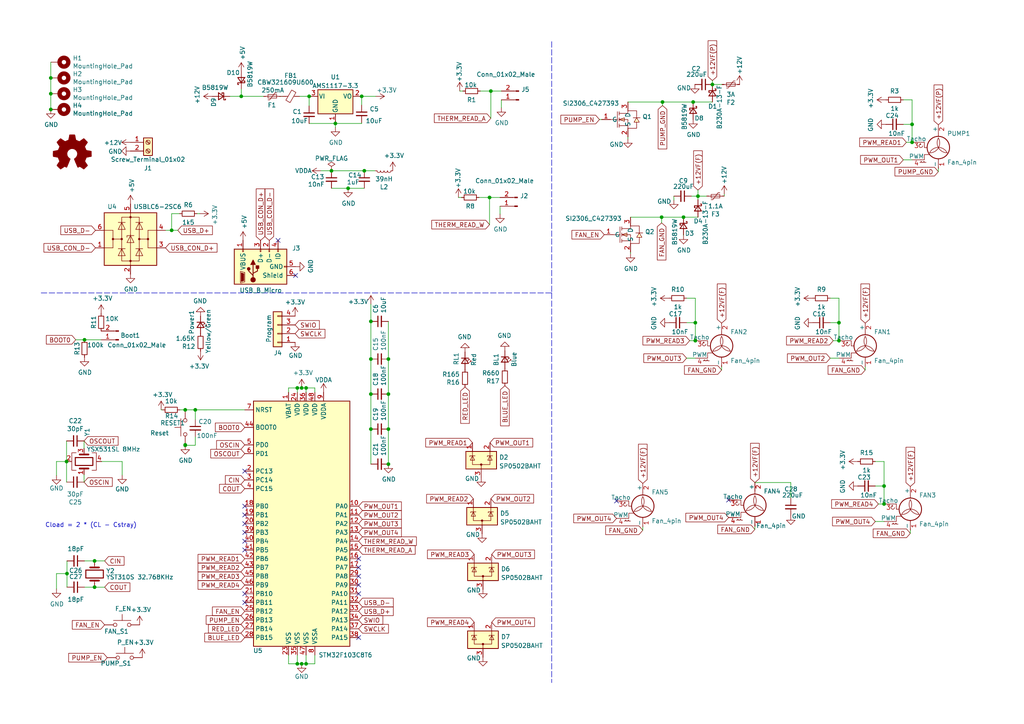
<source format=kicad_sch>
(kicad_sch (version 20211123) (generator eeschema)
  (paper "A4")
  (title_block (title "Opilio 3.2") (date "2022-07-28") (rev "3.2"))
  (junction (at 86.233 112.522))
  (junction (at 69.977 27.94))
  (junction (at 256.413 146.177))
  (junction (at 88.773 112.522))
  (junction (at 53.721 118.872))
  (junction (at 256.413 140.97))
  (junction (at 87.503 192.532))
  (junction (at 19.431 166.37))
  (junction (at 201.676 93.599))
  (junction (at 198.247 62.992))
  (junction (at 107.569 114.3))
  (junction (at 105.664 49.53))
  (junction (at 112.649 134.62))
  (junction (at 112.649 124.46))
  (junction (at 264.541 41.275))
  (junction (at 49.784 66.802))
  (junction (at 27.432 170.307))
  (junction (at 88.773 192.532))
  (junction (at 107.569 124.46))
  (junction (at 201.041 29.591))
  (junction (at 86.233 192.532))
  (junction (at 141.986 57.277))
  (junction (at 191.897 62.992))
  (junction (at 89.662 27.94))
  (junction (at 96.139 49.53))
  (junction (at 97.282 35.814))
  (junction (at 104.902 27.94))
  (junction (at 112.649 114.3))
  (junction (at 107.569 104.14))
  (junction (at 14.732 27.178))
  (junction (at 56.642 118.872))
  (junction (at 142.367 26.416))
  (junction (at 112.649 104.14))
  (junction (at 19.304 133.858))
  (junction (at 243.332 93.599))
  (junction (at 264.541 36.068))
  (junction (at 14.732 22.606))
  (junction (at 206.629 24.511))
  (junction (at 87.503 112.522))
  (junction (at 53.721 129.032))
  (junction (at 24.511 98.552))
  (junction (at 100.965 54.61))
  (junction (at 14.732 31.75))
  (junction (at 107.569 93.218))
  (junction (at 27.432 162.687))
  (junction (at 243.332 98.806))
  (junction (at 201.676 98.806))
  (junction (at 202.438 56.896))
  (junction (at 53.721 129.159))
  (junction (at 192.151 29.591))
  (no_connect (at 70.993 136.652))
  (no_connect (at 80.645 69.723))
  (no_connect (at 211.328 145.034))
  (no_connect (at 70.993 156.972))
  (no_connect (at 85.725 79.883))
  (no_connect (at 104.013 162.052))
  (no_connect (at 70.993 149.352))
  (no_connect (at 104.013 167.132))
  (no_connect (at 70.993 159.512))
  (no_connect (at 104.013 172.212))
  (no_connect (at 70.993 172.212))
  (no_connect (at 104.013 169.672))
  (no_connect (at 70.993 151.892))
  (no_connect (at 178.816 145.288))
  (no_connect (at 104.013 184.912))
  (no_connect (at 70.993 146.812))
  (no_connect (at 104.013 164.592))
  (no_connect (at 70.993 174.752))
  (no_connect (at 70.993 154.432))
  (wire (pts (xy 93.091 49.53) (xy 96.139 49.53)))
  (wire (pts (xy 56.642 126.746) (xy 56.642 129.159)))
  (wire (pts (xy 88.773 192.532) (xy 91.313 192.532)))
  (wire (pts (xy 96.139 49.53) (xy 105.664 49.53)))
  (wire (pts (xy 186.436 152.908) (xy 186.436 153.797)))
  (wire (pts (xy 141.986 57.277) (xy 145.034 57.277)))
  (wire (pts (xy 192.151 29.591) (xy 201.041 29.591)))
  (wire (pts (xy 142.367 34.29) (xy 142.367 26.416)))
  (wire (pts (xy 57.15 61.976) (xy 57.912 61.976)))
  (wire (pts (xy 264.541 28.956) (xy 262.001 28.956)))
  (wire (pts (xy 97.282 35.814) (xy 97.282 35.56)))
  (wire (pts (xy 209.296 106.426) (xy 209.296 107.315)))
  (wire (pts (xy 191.897 62.992) (xy 198.247 62.992)))
  (wire (pts (xy 29.464 133.858) (xy 35.433 133.858)))
  (wire (pts (xy 201.676 103.886) (xy 199.136 103.886)))
  (wire (pts (xy 91.313 192.532) (xy 91.313 189.992)))
  (wire (pts (xy 145.034 59.817) (xy 145.034 62.103)))
  (wire (pts (xy 199.136 93.599) (xy 201.676 93.599)))
  (wire (pts (xy 195.453 56.896) (xy 195.453 58.039)))
  (wire (pts (xy 138.938 57.277) (xy 141.986 57.277)))
  (wire (pts (xy 27.432 170.307) (xy 30.353 170.307)))
  (wire (pts (xy 100.965 54.61) (xy 105.664 54.61)))
  (wire (pts (xy 97.282 36.957) (xy 97.282 35.814)))
  (wire (pts (xy 182.88 73.533) (xy 182.88 73.152)))
  (wire (pts (xy 198.247 68.072) (xy 198.247 68.199)))
  (wire (pts (xy 256.413 140.97) (xy 256.413 133.858)))
  (wire (pts (xy 132.969 57.277) (xy 133.858 57.277)))
  (wire (pts (xy 253.873 140.97) (xy 256.413 140.97)))
  (wire (pts (xy 173.863 34.671) (xy 174.498 34.671)))
  (wire (pts (xy 86.233 112.522) (xy 87.503 112.522)))
  (wire (pts (xy 83.693 112.522) (xy 83.693 113.792)))
  (wire (pts (xy 201.676 98.806) (xy 200.025 98.806)))
  (wire (pts (xy 87.503 112.522) (xy 88.773 112.522)))
  (wire (pts (xy 256.413 146.177) (xy 256.413 140.97)))
  (wire (pts (xy 198.247 62.992) (xy 202.438 62.992)))
  (wire (pts (xy 69.977 25.781) (xy 69.977 27.94)))
  (wire (pts (xy 202.438 56.896) (xy 204.978 56.896)))
  (wire (pts (xy 264.541 41.275) (xy 262.89 41.275)))
  (wire (pts (xy 56.642 129.159) (xy 53.721 129.159)))
  (wire (pts (xy 87.503 192.532) (xy 88.773 192.532)))
  (wire (pts (xy 19.304 133.858) (xy 19.304 127.889)))
  (wire (pts (xy 53.721 129.159) (xy 53.721 129.032)))
  (wire (pts (xy 192.151 29.591) (xy 192.151 30.607)))
  (wire (pts (xy 182.88 62.992) (xy 191.897 62.992)))
  (wire (pts (xy 86.233 192.532) (xy 87.503 192.532)))
  (wire (pts (xy 24.384 139.827) (xy 24.384 137.668)))
  (wire (pts (xy 250.952 106.426) (xy 250.952 107.315)))
  (wire (pts (xy 49.784 61.976) (xy 49.784 66.802)))
  (wire (pts (xy 83.693 192.532) (xy 86.233 192.532)))
  (wire (pts (xy 49.784 66.802) (xy 51.562 66.802)))
  (wire (pts (xy 16.383 133.858) (xy 16.383 137.922)))
  (wire (pts (xy 108.966 27.94) (xy 104.902 27.94)))
  (wire (pts (xy 88.773 112.522) (xy 88.773 113.792)))
  (wire (pts (xy 86.233 112.522) (xy 86.233 113.792)))
  (wire (pts (xy 201.676 98.806) (xy 201.676 93.599)))
  (wire (pts (xy 56.642 118.872) (xy 56.642 121.666)))
  (wire (pts (xy 105.664 49.53) (xy 108.839 49.53)))
  (wire (pts (xy 202.438 55.118) (xy 202.438 56.896)))
  (wire (pts (xy 182.118 29.591) (xy 192.151 29.591)))
  (wire (pts (xy 243.332 98.806) (xy 243.332 93.599)))
  (wire (pts (xy 91.313 112.522) (xy 91.313 113.792)))
  (wire (pts (xy 264.541 41.275) (xy 264.541 36.068)))
  (wire (pts (xy 133.35 26.416) (xy 134.239 26.416)))
  (wire (pts (xy 83.693 189.992) (xy 83.693 192.532)))
  (wire (pts (xy 112.649 93.218) (xy 112.649 104.14)))
  (wire (pts (xy 206.629 24.511) (xy 206.629 23.368)))
  (wire (pts (xy 21.971 98.552) (xy 24.511 98.552)))
  (wire (pts (xy 19.304 139.827) (xy 19.304 133.858)))
  (wire (pts (xy 107.569 134.62) (xy 107.569 124.46)))
  (wire (pts (xy 56.642 118.872) (xy 70.993 118.872)))
  (wire (pts (xy 24.384 130.048) (xy 24.384 127.889)))
  (wire (pts (xy 69.977 27.94) (xy 76.454 27.94)))
  (wire (pts (xy 264.541 36.068) (xy 264.541 28.956)))
  (wire (pts (xy 19.431 166.37) (xy 19.431 170.307)))
  (wire (pts (xy 96.139 54.61) (xy 100.965 54.61)))
  (wire (pts (xy 52.07 61.976) (xy 49.784 61.976)))
  (wire (pts (xy 97.282 35.814) (xy 104.902 35.814)))
  (wire (pts (xy 107.569 114.3) (xy 107.569 104.14)))
  (wire (pts (xy 206.629 24.511) (xy 209.423 24.511)))
  (wire (pts (xy 112.649 134.62) (xy 112.649 124.46)))
  (wire (pts (xy 52.197 118.872) (xy 53.721 118.872)))
  (wire (pts (xy 201.041 29.591) (xy 206.629 29.591)))
  (wire (pts (xy 14.732 27.178) (xy 14.732 31.75)))
  (wire (pts (xy 210.058 56.896) (xy 210.058 56.388)))
  (wire (pts (xy 142.367 26.416) (xy 145.415 26.416)))
  (wire (pts (xy 264.033 153.797) (xy 264.033 154.686)))
  (wire (pts (xy 107.569 88.265) (xy 107.569 93.218)))
  (wire (pts (xy 264.541 46.355) (xy 262.001 46.355)))
  (wire (pts (xy 16.383 133.858) (xy 19.304 133.858)))
  (wire (pts (xy 86.868 27.94) (xy 89.662 27.94)))
  (wire (pts (xy 107.569 124.46) (xy 107.569 114.3)))
  (wire (pts (xy 191.897 62.992) (xy 191.897 64.643)))
  (wire (pts (xy 202.438 56.896) (xy 202.438 57.912)))
  (polyline (pts (xy 160.02 84.963) (xy 160.02 197.993)))
  (wire (pts (xy 24.511 170.307) (xy 27.432 170.307)))
  (wire (pts (xy 272.161 48.895) (xy 272.161 49.784)))
  (wire (pts (xy 16.383 166.37) (xy 19.431 166.37)))
  (wire (pts (xy 104.902 30.48) (xy 104.902 27.94)))
  (wire (pts (xy 86.233 189.992) (xy 86.233 192.532)))
  (wire (pts (xy 139.319 26.416) (xy 142.367 26.416)))
  (wire (pts (xy 229.362 144.526) (xy 229.362 139.954)))
  (wire (pts (xy 46.736 118.872) (xy 47.117 118.872)))
  (wire (pts (xy 243.332 86.487) (xy 240.792 86.487)))
  (wire (pts (xy 24.511 98.552) (xy 29.337 98.552)))
  (wire (pts (xy 88.773 112.522) (xy 91.313 112.522)))
  (polyline (pts (xy 160.02 12.065) (xy 160.02 84.963)))
  (wire (pts (xy 182.118 40.259) (xy 182.118 39.751)))
  (wire (pts (xy 107.569 93.218) (xy 107.569 104.14)))
  (wire (pts (xy 201.676 93.599) (xy 201.676 86.487)))
  (wire (pts (xy 262.001 36.068) (xy 264.541 36.068)))
  (wire (pts (xy 14.732 18.034) (xy 14.732 22.606)))
  (wire (pts (xy 48.006 66.802) (xy 49.784 66.802)))
  (wire (pts (xy 218.948 152.654) (xy 218.948 153.543)))
  (wire (pts (xy 19.431 162.687) (xy 19.431 166.37)))
  (wire (pts (xy 83.693 112.522) (xy 86.233 112.522)))
  (wire (pts (xy 16.383 170.815) (xy 16.383 166.37)))
  (wire (pts (xy 24.511 162.687) (xy 27.432 162.687)))
  (wire (pts (xy 200.533 56.896) (xy 202.438 56.896)))
  (wire (pts (xy 53.721 118.872) (xy 56.642 118.872)))
  (wire (pts (xy 243.332 93.599) (xy 243.332 86.487)))
  (wire (pts (xy 66.675 27.94) (xy 69.977 27.94)))
  (wire (pts (xy 243.332 98.806) (xy 241.681 98.806)))
  (wire (pts (xy 201.676 86.487) (xy 199.136 86.487)))
  (wire (pts (xy 14.732 22.606) (xy 14.732 27.178)))
  (wire (pts (xy 243.332 103.886) (xy 240.792 103.886)))
  (wire (pts (xy 27.432 162.687) (xy 30.353 162.687)))
  (wire (pts (xy 104.902 35.56) (xy 104.902 35.814)))
  (wire (pts (xy 89.662 35.814) (xy 97.282 35.814)))
  (wire (pts (xy 240.792 93.599) (xy 243.332 93.599)))
  (wire (pts (xy 89.662 27.94) (xy 89.662 30.734)))
  (wire (pts (xy 145.415 28.956) (xy 145.415 31.242)))
  (wire (pts (xy 112.649 124.46) (xy 112.649 114.3)))
  (wire (pts (xy 256.413 133.858) (xy 253.873 133.858)))
  (wire (pts (xy 35.433 137.795) (xy 35.433 133.858)))
  (polyline (pts (xy 11.938 84.963) (xy 160.02 84.963)))
  (wire (pts (xy 81.534 27.94) (xy 81.788 27.94)))
  (wire (pts (xy 88.773 189.992) (xy 88.773 192.532)))
  (wire (pts (xy 229.362 139.954) (xy 218.948 139.954)))
  (wire (pts (xy 256.413 146.177) (xy 254.762 146.177)))
  (wire (pts (xy 256.413 151.257) (xy 253.873 151.257)))
  (wire (pts (xy 141.986 65.151) (xy 141.986 57.277)))
  (wire (pts (xy 112.649 114.3) (xy 112.649 104.14)))
  (text "Cload = 2 * (CL - Cstray)" (at 13.081 153.162 0) (effects (font (size 1.27 1.27)) (justify left bottom)))
  (global_label "PWM_OUT3" (shape input) (at 199.136 103.886 180) (property "Intersheet References" "${INTERSHEET_REFS}" (effects hide)))
  (global_label "PWM_OUT1" (shape input) (at 142.113 128.397 0) (property "Intersheet References" "${INTERSHEET_REFS}" (effects hide)))
  (global_label "+12VF(F)" (shape input) (at 202.438 55.118 90) (property "Intersheet References" "${INTERSHEET_REFS}" (effects hide)))
  (global_label "PWM_READ2" (shape input) (at 137.287 144.653 180) (property "Intersheet References" "${INTERSHEET_REFS}" (effects hide)))
  (global_label "OSCOUT" (shape input) (at 24.384 127.889 0) (property "Intersheet References" "${INTERSHEET_REFS}" (effects hide)))
  (global_label "OSCOUT" (shape input) (at 70.993 131.572 180) (property "Intersheet References" "${INTERSHEET_REFS}" (effects hide)))
  (global_label "USB_CON_D-" (shape input) (at 27.686 71.882 180) (property "Intersheet References" "${INTERSHEET_REFS}" (effects hide)))
  (global_label "RED_LED" (shape input) (at 70.993 182.372 180) (property "Intersheet References" "${INTERSHEET_REFS}" (effects hide)))
  (global_label "PWM_OUT4" (shape input) (at 253.873 151.257 180) (property "Intersheet References" "${INTERSHEET_REFS}" (effects hide)))
  (global_label "PWM_READ3" (shape input) (at 137.541 160.782 180) (property "Intersheet References" "${INTERSHEET_REFS}" (effects hide)))
  (global_label "PWM_OUT3" (shape input) (at 142.621 160.782 0) (property "Intersheet References" "${INTERSHEET_REFS}" (effects hide)))
  (global_label "COUT" (shape input) (at 70.993 141.732 180) (property "Intersheet References" "${INTERSHEET_REFS}" (effects hide)))
  (global_label "USB_CON_D+" (shape input) (at 48.006 71.882 0) (property "Intersheet References" "${INTERSHEET_REFS}" (effects hide)))
  (global_label "SWIO" (shape input) (at 85.598 94.234 0) (property "Intersheet References" "${INTERSHEET_REFS}" (effects hide)))
  (global_label "FAN_GND" (shape input) (at 186.436 153.797 180) (property "Intersheet References" "${INTERSHEET_REFS}" (effects hide)))
  (global_label "PUMP_EN" (shape input) (at 31.115 190.754 180) (property "Intersheet References" "${INTERSHEET_REFS}" (effects hide)))
  (global_label "PWM_READ2" (shape input) (at 70.993 164.592 180) (property "Intersheet References" "${INTERSHEET_REFS}" (effects hide)))
  (global_label "+12VF(P)" (shape input) (at 272.161 36.195 90) (property "Intersheet References" "${INTERSHEET_REFS}" (effects hide)))
  (global_label "PWM_OUT4" (shape input) (at 211.328 150.114 180) (property "Intersheet References" "${INTERSHEET_REFS}" (effects hide)))
  (global_label "THERM_READ_W" (shape input) (at 141.986 65.151 180) (property "Intersheet References" "${INTERSHEET_REFS}" (effects hide)))
  (global_label "+12VF(F)" (shape input) (at 209.296 93.726 90) (property "Intersheet References" "${INTERSHEET_REFS}" (effects hide)))
  (global_label "FAN_GND" (shape input) (at 264.033 154.686 180) (property "Intersheet References" "${INTERSHEET_REFS}" (effects hide)))
  (global_label "PWM_READ1" (shape input) (at 137.033 128.397 180) (property "Intersheet References" "${INTERSHEET_REFS}" (effects hide)))
  (global_label "PWM_READ3" (shape input) (at 200.025 98.806 180) (property "Intersheet References" "${INTERSHEET_REFS}" (effects hide)))
  (global_label "PWM_OUT1" (shape input) (at 104.013 146.812 0) (property "Intersheet References" "${INTERSHEET_REFS}" (effects hide)))
  (global_label "USB_D+" (shape input) (at 104.013 177.292 0) (property "Intersheet References" "${INTERSHEET_REFS}" (effects hide)))
  (global_label "PUMP_GND" (shape input) (at 192.151 30.607 270) (property "Intersheet References" "${INTERSHEET_REFS}" (effects hide)))
  (global_label "BLUE_LED" (shape input) (at 70.993 184.912 180) (property "Intersheet References" "${INTERSHEET_REFS}" (effects hide)))
  (global_label "+12VF(F)" (shape input) (at 218.948 139.954 90) (property "Intersheet References" "${INTERSHEET_REFS}" (effects hide)))
  (global_label "PWM_OUT4" (shape input) (at 178.816 150.368 180) (property "Intersheet References" "${INTERSHEET_REFS}" (effects hide)))
  (global_label "+12VF(F)" (shape input) (at 264.033 141.097 90) (property "Intersheet References" "${INTERSHEET_REFS}" (effects hide)))
  (global_label "RED_LED" (shape input) (at 134.874 112.268 270) (property "Intersheet References" "${INTERSHEET_REFS}" (effects hide)))
  (global_label "THERM_READ_A" (shape input) (at 104.013 159.512 0) (property "Intersheet References" "${INTERSHEET_REFS}" (effects hide)))
  (global_label "SWIO" (shape input) (at 104.013 179.832 0) (property "Intersheet References" "${INTERSHEET_REFS}" (effects hide)))
  (global_label "BOOT0" (shape input) (at 70.993 123.952 180) (property "Intersheet References" "${INTERSHEET_REFS}" (effects hide)))
  (global_label "SWCLK" (shape input) (at 85.598 96.774 0) (property "Intersheet References" "${INTERSHEET_REFS}" (effects hide)))
  (global_label "PWM_READ1" (shape input) (at 262.89 41.275 180) (property "Intersheet References" "${INTERSHEET_REFS}" (effects hide)))
  (global_label "PWM_READ4" (shape input) (at 137.541 180.467 180) (property "Intersheet References" "${INTERSHEET_REFS}" (effects hide)))
  (global_label "PWM_OUT4" (shape input) (at 142.621 180.467 0) (property "Intersheet References" "${INTERSHEET_REFS}" (effects hide)))
  (global_label "FAN_GND" (shape input) (at 209.296 107.315 180) (property "Intersheet References" "${INTERSHEET_REFS}" (effects hide)))
  (global_label "BOOT0" (shape input) (at 21.971 98.552 180) (property "Intersheet References" "${INTERSHEET_REFS}" (effects hide)))
  (global_label "OSCIN" (shape input) (at 70.993 129.032 180) (property "Intersheet References" "${INTERSHEET_REFS}" (effects hide)))
  (global_label "OSCIN" (shape input) (at 24.384 139.827 0) (property "Intersheet References" "${INTERSHEET_REFS}" (effects hide)))
  (global_label "FAN_GND" (shape input) (at 218.948 153.543 180) (property "Intersheet References" "${INTERSHEET_REFS}" (effects hide)))
  (global_label "FAN_EN" (shape input) (at 30.353 181.229 180) (property "Intersheet References" "${INTERSHEET_REFS}" (effects hide)))
  (global_label "PWM_OUT1" (shape input) (at 262.001 46.355 180) (property "Intersheet References" "${INTERSHEET_REFS}" (effects hide)))
  (global_label "USB_D-" (shape input) (at 104.013 174.752 0) (property "Intersheet References" "${INTERSHEET_REFS}" (effects hide)))
  (global_label "CIN" (shape input) (at 30.353 162.687 0) (property "Intersheet References" "${INTERSHEET_REFS}" (effects hide)))
  (global_label "USB_CON_D+" (shape input) (at 75.565 69.723 90) (property "Intersheet References" "${INTERSHEET_REFS}" (effects hide)))
  (global_label "PWM_READ2" (shape input) (at 241.681 98.806 180) (property "Intersheet References" "${INTERSHEET_REFS}" (effects hide)))
  (global_label "USB_D-" (shape input) (at 27.686 66.802 180) (property "Intersheet References" "${INTERSHEET_REFS}" (effects hide)))
  (global_label "PWM_READ4" (shape input) (at 254.762 146.177 180) (property "Intersheet References" "${INTERSHEET_REFS}" (effects hide)))
  (global_label "BLUE_LED" (shape input) (at 146.431 111.887 270) (property "Intersheet References" "${INTERSHEET_REFS}" (effects hide)))
  (global_label "FAN_EN" (shape input) (at 70.993 177.292 180) (property "Intersheet References" "${INTERSHEET_REFS}" (effects hide)))
  (global_label "PWM_OUT2" (shape input) (at 240.792 103.886 180) (property "Intersheet References" "${INTERSHEET_REFS}" (effects hide)))
  (global_label "USB_CON_D-" (shape input) (at 78.105 69.723 90) (property "Intersheet References" "${INTERSHEET_REFS}" (effects hide)))
  (global_label "PWM_READ4" (shape input) (at 70.993 169.672 180) (property "Intersheet References" "${INTERSHEET_REFS}" (effects hide)))
  (global_label "PWM_OUT3" (shape input) (at 104.013 151.892 0) (property "Intersheet References" "${INTERSHEET_REFS}" (effects hide)))
  (global_label "PWM_READ1" (shape input) (at 70.993 162.052 180) (property "Intersheet References" "${INTERSHEET_REFS}" (effects hide)))
  (global_label "PWM_OUT2" (shape input) (at 104.013 149.352 0) (property "Intersheet References" "${INTERSHEET_REFS}" (effects hide)))
  (global_label "PUMP_EN" (shape input) (at 173.863 34.671 180) (property "Intersheet References" "${INTERSHEET_REFS}" (effects hide)))
  (global_label "CIN" (shape input) (at 70.993 139.192 180) (property "Intersheet References" "${INTERSHEET_REFS}" (effects hide)))
  (global_label "PWM_READ3" (shape input) (at 70.993 167.132 180) (property "Intersheet References" "${INTERSHEET_REFS}" (effects hide)))
  (global_label "+12VF(P)" (shape input) (at 206.629 23.368 90) (property "Intersheet References" "${INTERSHEET_REFS}" (effects hide)))
  (global_label "PUMP_GND" (shape input) (at 272.161 49.784 180) (property "Intersheet References" "${INTERSHEET_REFS}" (effects hide)))
  (global_label "FAN_EN" (shape input) (at 175.26 68.072 180) (property "Intersheet References" "${INTERSHEET_REFS}" (effects hide)))
  (global_label "PWM_OUT2" (shape input) (at 142.367 144.653 0) (property "Intersheet References" "${INTERSHEET_REFS}" (effects hide)))
  (global_label "THERM_READ_W" (shape input) (at 104.013 156.972 0) (property "Intersheet References" "${INTERSHEET_REFS}" (effects hide)))
  (global_label "COUT" (shape input) (at 30.353 170.307 0) (property "Intersheet References" "${INTERSHEET_REFS}" (effects hide)))
  (global_label "PUMP_EN" (shape input) (at 70.993 179.832 180) (property "Intersheet References" "${INTERSHEET_REFS}" (effects hide)))
  (global_label "FAN_GND" (shape input) (at 191.897 64.643 270) (property "Intersheet References" "${INTERSHEET_REFS}" (effects hide)))
  (global_label "USB_D+" (shape input) (at 51.562 66.802 0) (property "Intersheet References" "${INTERSHEET_REFS}" (effects hide)))
  (global_label "PWM_OUT4" (shape input) (at 104.013 154.432 0) (property "Intersheet References" "${INTERSHEET_REFS}" (effects hide)))
  (global_label "+12VF(F)" (shape input) (at 250.952 93.726 90) (property "Intersheet References" "${INTERSHEET_REFS}" (effects hide)))
  (global_label "SWCLK" (shape input) (at 104.013 182.372 0) (property "Intersheet References" "${INTERSHEET_REFS}" (effects hide)))
  (global_label "+12VF(F)" (shape input) (at 186.436 140.208 90) (property "Intersheet References" "${INTERSHEET_REFS}" (effects hide)))
  (global_label "FAN_GND" (shape input) (at 250.952 107.315 180) (property "Intersheet References" "${INTERSHEET_REFS}" (effects hide)))
  (global_label "THERM_READ_A" (shape input) (at 142.367 34.29 180) (property "Intersheet References" "${INTERSHEET_REFS}" (effects hide)))
  (symbol (lib_id "Device:R_Small") (at 49.657 118.872 90) (unit 1)
    (property "Reference" "R14" (at 49.784 120.65 90))
    (property "Value" "10k" (at 49.657 116.332 90))
    (property "Footprint" "Resistor_SMD:R_0603_1608Metric_Pad0.98x0.95mm_HandSolder" (effects hide))
  )
  (symbol (lib_id "Mechanical:MountingHole_Pad") (at 17.272 27.178 270) (unit 1)
    (property "Reference" "H3" (at 21.082 26.0096 90) (effects (justify left)))
    (property "Value" "MountingHole_Pad" (at 21.082 28.321 90) (effects (justify left)))
    (property "Footprint" "MountingHole:MountingHole_3mm_Pad_Via" (effects hide))
  )
  (symbol (lib_id "power:VDDA") (at 93.091 49.53 90) (unit 1)
    (property "Reference" "#PWR027" (effects hide))
    (property "Value" "VDDA" (at 88.011 49.53 90))
  )
  (symbol (lib_id "power:+3.3V") (at 133.35 26.416 0) (unit 1)
    (property "Reference" "#PWR01" (effects hide))
    (property "Value" "+3.3V" (at 133.223 20.828 90))
  )
  (symbol (lib_id "Connector:Conn_01x02_Male") (at 150.495 28.956 180) (unit 1)
    (property "Reference" "J5" (at 151.2062 25.9588 0) (effects (justify right)))
    (property "Value" "Conn_01x02_Male" (at 138.176 21.59 0) (effects (justify right)))
    (property "Footprint" "Connector_PinHeader_2.54mm:PinHeader_1x02_P2.54mm_Vertical" (effects hide))
  )
  (symbol (lib_id "Power_Protection:SP0502BAHT") (at 139.827 149.733 0) (unit 1)
    (property "Reference" "D5" (at 145.034 148.8983 0) (effects (justify left)))
    (property "Value" "SP0502BAHT" (at 145.034 151.4352 0) (effects (justify left)))
    (property "Footprint" "Package_TO_SOT_SMD:SOT-23" (effects hide))
    (property "Datasheet" "http://www.littelfuse.com/~/media/files/littelfuse/technical%20resources/documents/data%20sheets/sp05xxba.pdf" (effects hide))
  )
  (symbol (lib_id "Device:R_Small") (at 134.874 109.728 180) (unit 1)
    (property "Reference" "R16" (at 133.3754 110.8964 0) (effects (justify left)))
    (property "Value" "R165" (at 133.3754 108.585 0) (effects (justify left)))
    (property "Footprint" "Resistor_SMD:R_0603_1608Metric_Pad0.98x0.95mm_HandSolder" (effects hide))
  )
  (symbol (lib_id "power:GND") (at 24.511 103.632 0) (unit 1)
    (property "Reference" "#PWR046" (effects hide))
    (property "Value" "GND" (at 24.638 108.0262 0))
  )
  (symbol (lib_id "Motor:Fan_4pin") (at 218.948 147.574 0) (unit 1)
    (property "Reference" "FAN4" (at 221.488 142.494 0) (effects (justify left)))
    (property "Value" "Fan_4pin" (at 219.329 151.765 0) (effects (justify left top)))
    (property "Footprint" "Custom:FanPinHeader_1x04_P2.54mm_Vertical_no_hole" (effects hide))
    (property "Datasheet" "http://www.formfactors.org/developer%5Cspecs%5Crev1_2_public.pdf" (effects hide))
  )
  (symbol (lib_id "power:GND") (at 145.034 62.103 0) (unit 1)
    (property "Reference" "#PWR033" (effects hide))
    (property "Value" "GND" (at 145.161 66.4972 0))
  )
  (symbol (lib_id "Device:C_Small") (at 89.662 33.274 0) (unit 1)
    (property "Reference" "C1" (at 84.836 32.385 0) (effects (justify left)))
    (property "Value" "10uF" (at 84.455 35.052 0) (effects (justify left)))
    (property "Footprint" "Capacitor_SMD:C_0603_1608Metric_Pad1.08x0.95mm_HandSolder" (effects hide))
  )
  (symbol (lib_id "Power_Protection:SP0502BAHT") (at 140.081 185.547 0) (unit 1)
    (property "Reference" "D7" (at 145.288 184.7123 0) (effects (justify left)))
    (property "Value" "SP0502BAHT" (at 145.288 187.2492 0) (effects (justify left)))
    (property "Footprint" "Package_TO_SOT_SMD:SOT-23" (effects hide))
    (property "Datasheet" "http://www.littelfuse.com/~/media/files/littelfuse/technical%20resources/documents/data%20sheets/sp05xxba.pdf" (effects hide))
  )
  (symbol (lib_id "power:GND") (at 58.166 91.694 180) (unit 1)
    (property "Reference" "#PWR039" (effects hide))
    (property "Value" "GND" (at 58.039 87.2998 0))
  )
  (symbol (lib_id "power:GND") (at 146.431 101.727 180) (unit 1)
    (property "Reference" "#PWR0102" (effects hide))
    (property "Value" "GND" (at 146.304 97.3328 0))
  )
  (symbol (lib_id "Device:C_Small") (at 238.252 93.599 90) (unit 1)
    (property "Reference" "C16" (at 239.522 91.059 90) (effects (justify left)))
    (property "Value" "10nF" (at 241.3 96.266 90) (effects (justify left)))
    (property "Footprint" "Capacitor_SMD:C_0603_1608Metric_Pad1.08x0.95mm_HandSolder" (effects hide))
  )
  (symbol (lib_id "MCU_ST_STM32F1:STM32F103C8Tx") (at 88.773 151.892 0) (unit 1)
    (property "Reference" "U5" (at 74.803 188.722 0))
    (property "Value" "STM32F103C8T6" (at 100.203 189.992 0))
    (property "Footprint" "Package_QFP:LQFP-48_7x7mm_P0.5mm" (effects hide))
    (property "Datasheet" "http://www.st.com/st-web-ui/static/active/en/resource/technical/document/datasheet/CD00161566.pdf" (effects hide))
  )
  (symbol (lib_id "power:+12V") (at 214.503 24.511 0) (unit 1)
    (property "Reference" "#PWR07" (effects hide))
    (property "Value" "+12V" (at 214.503 18.923 90))
  )
  (symbol (lib_id "Switch:SW_Push") (at 35.433 181.229 0) (unit 1)
    (property "Reference" "FAN_S1" (at 37.338 183.134 0) (effects (justify right)))
    (property "Value" "F_EN" (at 38.1 176.53 0) (effects (justify right)))
    (property "Footprint" "easyedakicad:SW-SMD_L6.0-W3.3-LS8.0" (effects hide))
  )
  (symbol (lib_id "Power_Protection:USBLC6-2SC6") (at 37.846 69.342 0) (unit 1)
    (property "Reference" "U4" (at 32.512 59.944 0))
    (property "Value" "USBLC6-2SC6" (at 45.72 59.944 0))
    (property "Footprint" "Package_TO_SOT_SMD:SOT-23-6" (effects hide))
    (property "Datasheet" "https://www.st.com/resource/en/datasheet/usblc6-2.pdf" (effects hide))
  )
  (symbol (lib_id "power:+5V") (at 69.977 20.701 0) (unit 1)
    (property "Reference" "#PWR0111" (effects hide))
    (property "Value" "+5V" (at 70.358 17.4498 90) (effects (justify left)))
  )
  (symbol (lib_id "power:+3.3V") (at 113.919 49.53 0) (unit 1)
    (property "Reference" "#PWR028" (effects hide))
    (property "Value" "+3.3V" (at 114.3 45.1358 0))
  )
  (symbol (lib_id "power:GND") (at 182.118 40.259 0) (unit 1)
    (property "Reference" "#PWR017" (effects hide))
    (property "Value" "GND" (at 178.816 41.91 0))
  )
  (symbol (lib_id "power:GND") (at 85.598 99.314 0) (unit 1)
    (property "Reference" "#PWR044" (effects hide))
    (property "Value" "GND" (at 85.725 103.124 0))
  )
  (symbol (lib_id "Device:C_Small") (at 110.109 134.62 90) (unit 1)
    (property "Reference" "C21" (at 108.9406 132.2832 0) (effects (justify left)))
    (property "Value" "100nF" (at 111.252 132.2832 0) (effects (justify left)))
    (property "Footprint" "Capacitor_SMD:C_0603_1608Metric_Pad1.08x0.95mm_HandSolder" (effects hide))
  )
  (symbol (lib_id "Device:FerriteBead_Small") (at 84.328 27.94 270) (unit 1)
    (property "Reference" "FB1" (at 84.328 21.9202 90))
    (property "Value" "CBW321609U600" (at 82.804 23.876 90))
    (property "Footprint" "Capacitor_SMD:C_1206_3216Metric_Pad1.33x1.80mm_HandSolder" (effects hide))
  )
  (symbol (lib_id "Device:D_Schottky_Small") (at 206.629 27.051 270) (unit 1)
    (property "Reference" "D1" (at 205.359 30.861 90) (effects (justify left)))
    (property "Value" "B230A-13-F" (at 208.661 24.638 0) (effects (justify left)))
    (property "Footprint" "Diode_SMD:D_SMA" (effects hide))
  )
  (symbol (lib_id "power:+3.3V") (at 248.793 133.858 90) (unit 1)
    (property "Reference" "#PWR052" (effects hide))
    (property "Value" "+3.3V" (at 244.3988 133.477 0))
  )
  (symbol (lib_id "power:+3.3V") (at 29.337 90.932 0) (unit 1)
    (property "Reference" "#PWR038" (effects hide))
    (property "Value" "+3.3V" (at 29.718 86.5378 0))
  )
  (symbol (lib_id "power:+3.3V") (at 194.056 86.487 90) (unit 1)
    (property "Reference" "#PWR037" (effects hide))
    (property "Value" "+3.3V" (at 189.6618 86.106 0))
  )
  (symbol (lib_id "power:+5V") (at 37.846 59.182 0) (unit 1)
    (property "Reference" "#PWR023" (effects hide))
    (property "Value" "+5V" (at 38.227 55.9308 90) (effects (justify left)))
  )
  (symbol (lib_id "power:GND") (at 248.793 140.97 270) (unit 1)
    (property "Reference" "#PWR054" (effects hide))
    (property "Value" "GND" (at 244.3988 141.097 0))
  )
  (symbol (lib_id "Device:C_Small") (at 110.109 114.3 90) (unit 1)
    (property "Reference" "C18" (at 108.9406 111.9632 0) (effects (justify left)))
    (property "Value" "100nF" (at 111.252 111.9632 0) (effects (justify left)))
    (property "Footprint" "Capacitor_SMD:C_0603_1608Metric_Pad1.08x0.95mm_HandSolder" (effects hide))
  )
  (symbol (lib_id "Device:R_Small") (at 238.252 86.487 90) (unit 1)
    (property "Reference" "R9" (at 238.252 83.947 90))
    (property "Value" "1k" (at 238.252 89.027 90))
    (property "Footprint" "Resistor_SMD:R_0603_1608Metric_Pad0.98x0.95mm_HandSolder" (effects hide))
  )
  (symbol (lib_id "Device:Polyfuse_Small") (at 207.518 56.896 90) (unit 1)
    (property "Reference" "F3" (at 207.518 62.103 90))
    (property "Value" "1.1A" (at 207.518 59.7916 90))
    (property "Footprint" "Fuse:Fuse_1206_3216Metric_Pad1.42x1.75mm_HandSolder" (effects hide))
  )
  (symbol (lib_id "Device:C_Small") (at 21.971 162.687 270) (unit 1)
    (property "Reference" "C26" (at 21.971 165.481 90))
    (property "Value" "18pF" (at 21.971 159.1818 90))
    (property "Footprint" "Capacitor_SMD:C_0603_1608Metric_Pad1.08x0.95mm_HandSolder" (effects hide))
  )
  (symbol (lib_id "power:+3.3V") (at 235.712 86.487 90) (unit 1)
    (property "Reference" "#PWR036" (effects hide))
    (property "Value" "+3.3V" (at 231.3178 86.106 0))
  )
  (symbol (lib_id "power:GND") (at 134.874 102.108 180) (unit 1)
    (property "Reference" "#PWR0101" (effects hide))
    (property "Value" "GND" (at 134.747 97.7138 0))
  )
  (symbol (lib_id "Motor:Fan_4pin") (at 272.161 43.815 0) (unit 1)
    (property "Reference" "PUMP1" (at 274.701 38.735 0) (effects (justify left)))
    (property "Value" "Fan_4pin" (at 274.701 46.355 0) (effects (justify left top)))
    (property "Footprint" "Custom:FanPinHeader_1x04_P2.54mm_Vertical_no_hole" (effects hide))
    (property "Datasheet" "http://www.formfactors.org/developer%5Cspecs%5Crev1_2_public.pdf" (effects hide))
  )
  (symbol (lib_id "Device:R_Small") (at 196.596 86.487 90) (unit 1)
    (property "Reference" "R10" (at 196.596 83.947 90))
    (property "Value" "1k" (at 196.596 89.027 90))
    (property "Footprint" "Resistor_SMD:R_0603_1608Metric_Pad0.98x0.95mm_HandSolder" (effects hide))
  )
  (symbol (lib_id "Device:R_Small") (at 259.461 28.956 90) (unit 1)
    (property "Reference" "R3" (at 259.461 26.416 90))
    (property "Value" "1k" (at 259.461 31.496 90))
    (property "Footprint" "Resistor_SMD:R_0603_1608Metric_Pad0.98x0.95mm_HandSolder" (effects hide))
  )
  (symbol (lib_id "Device:Polyfuse_Small") (at 78.994 27.94 90) (unit 1)
    (property "Reference" "F1" (at 78.867 30.48 90))
    (property "Value" "250mA" (at 79.121 26.162 90))
    (property "Footprint" "Fuse:Fuse_1206_3216Metric_Pad1.42x1.75mm_HandSolder" (effects hide))
  )
  (symbol (lib_id "Device:C_Small") (at 21.971 170.307 270) (unit 1)
    (property "Reference" "C27" (at 21.971 167.259 90))
    (property "Value" "18pF" (at 21.971 173.863 90))
    (property "Footprint" "Capacitor_SMD:C_0603_1608Metric_Pad1.08x0.95mm_HandSolder" (effects hide))
  )
  (symbol (lib_id "Device:R_Small") (at 251.333 133.858 90) (unit 1)
    (property "Reference" "R15" (at 251.333 131.318 90))
    (property "Value" "1k" (at 251.333 136.398 90))
    (property "Footprint" "Resistor_SMD:R_0603_1608Metric_Pad0.98x0.95mm_HandSolder" (effects hide))
  )
  (symbol (lib_id "Graphic:Logo_Open_Hardware_Small") (at 20.955 44.704 0) (unit 1)
    (property "Reference" "LOGO1" (effects hide))
    (property "Value" "Logo_Open_Hardware_Small" (effects hide))
    (property "Footprint" "Symbol:OSHW-Logo2_9.8x8mm_SilkScreen" (effects hide))
  )
  (symbol (lib_id "Power_Protection:SP0502BAHT") (at 140.081 165.862 0) (unit 1)
    (property "Reference" "D6" (at 145.288 165.0273 0) (effects (justify left)))
    (property "Value" "SP0502BAHT" (at 145.288 167.5642 0) (effects (justify left)))
    (property "Footprint" "Package_TO_SOT_SMD:SOT-23" (effects hide))
    (property "Datasheet" "http://www.littelfuse.com/~/media/files/littelfuse/technical%20resources/documents/data%20sheets/sp05xxba.pdf" (effects hide))
  )
  (symbol (lib_id "power:GND") (at 16.383 170.815 0) (unit 1)
    (property "Reference" "#PWR059" (effects hide))
    (property "Value" "GND" (at 16.51 175.2092 0))
  )
  (symbol (lib_id "Switch:SW_Push") (at 53.721 123.952 90) (unit 1)
    (property "Reference" "RESET1" (at 46.482 122.682 90) (effects (justify right)))
    (property "Value" "Reset" (at 43.561 125.603 90) (effects (justify right)))
    (property "Footprint" "easyedakicad:SW-SMD_L6.0-W3.3-LS8.0" (effects hide))
  )
  (symbol (lib_id "Connector:Screw_Terminal_01x02") (at 42.926 41.275 0) (unit 1)
    (property "Reference" "J1" (at 42.926 48.7848 0))
    (property "Value" "Screw_Terminal_01x02" (at 42.926 46.2479 0))
    (property "Footprint" "Custom:TerminalBlock_bornier-2_P5.08mm" (effects hide))
  )
  (symbol (lib_id "easyeda:SI2306_C427393") (at 180.34 68.072 0) (unit 1)
    (property "Reference" "Q2" (at 187.075 67.2373 0) (effects (justify left)))
    (property "Value" "SI2306_C427393" (at 163.957 63.373 0) (effects (justify left)))
    (property "Footprint" "Package_TO_SOT_SMD:SOT-23" (effects hide))
    (property "Datasheet" "https://lcsc.com/product-detail/New-Quadratic-Unclassified-Data_MDD-Microdiode-Electronics-SI2306_C427393.html" (effects hide))
    (property "Manufacturer" "MDD（Microdiode Electronics）" (effects hide))
    (property "LCSC Part" "C427393" (effects hide))
    (property "JLC Part" "Extended Part" (effects hide))
  )
  (symbol (lib_id "power:+3.3V") (at 85.598 91.694 0) (unit 1)
    (property "Reference" "#PWR040" (effects hide))
    (property "Value" "+3.3V" (at 85.598 87.63 0))
  )
  (symbol (lib_id "Device:C_Small") (at 110.109 104.14 90) (unit 1)
    (property "Reference" "C15" (at 108.9406 101.8032 0) (effects (justify left)))
    (property "Value" "100nF" (at 111.252 101.8032 0) (effects (justify left)))
    (property "Footprint" "Capacitor_SMD:C_0603_1608Metric_Pad1.08x0.95mm_HandSolder" (effects hide))
  )
  (symbol (lib_id "Device:R_Small") (at 136.398 57.277 270) (unit 1)
    (property "Reference" "R8" (at 136.398 59.817 90))
    (property "Value" "10k" (at 136.144 55.499 90))
    (property "Footprint" "Resistor_SMD:R_0603_1608Metric_Pad0.98x0.95mm_HandSolder" (effects hide))
  )
  (symbol (lib_id "Device:C_Small") (at 204.089 24.511 270) (unit 1)
    (property "Reference" "C2" (at 200.533 19.939 90) (effects (justify left)))
    (property "Value" "220uF" (at 199.009 21.59 90) (effects (justify left)))
    (property "Footprint" "Capacitor_SMD:CP_Elec_6.3x7.7" (effects hide))
  )
  (symbol (lib_id "Connector:Conn_01x02_Male") (at 150.114 59.817 180) (unit 1)
    (property "Reference" "J2" (at 150.8252 56.8198 0) (effects (justify right)))
    (property "Value" "Conn_01x02_Male" (at 137.795 52.451 0) (effects (justify right)))
    (property "Footprint" "Connector_PinHeader_2.54mm:PinHeader_1x02_P2.54mm_Vertical" (effects hide))
  )
  (symbol (lib_id "power:GND") (at 139.827 154.813 0) (unit 1)
    (property "Reference" "#PWR0103" (effects hide))
    (property "Value" "GND" (at 137.16 155.067 0))
  )
  (symbol (lib_id "Mechanical:MountingHole_Pad") (at 17.272 31.75 270) (unit 1)
    (property "Reference" "H4" (at 21.082 30.5816 90) (effects (justify left)))
    (property "Value" "MountingHole_Pad" (at 21.082 32.893 90) (effects (justify left)))
    (property "Footprint" "MountingHole:MountingHole_3mm_Pad_Via" (effects hide))
  )
  (symbol (lib_id "power:GND") (at 229.362 149.606 0) (unit 1)
    (property "Reference" "#PWR0114" (effects hide))
    (property "Value" "GND" (at 231.648 149.733 0))
  )
  (symbol (lib_id "Device:C_Small") (at 56.642 124.206 0) (unit 1)
    (property "Reference" "C20" (at 57.531 122.301 0) (effects (justify left)))
    (property "Value" "100nF" (at 57.023 126.365 0) (effects (justify left)))
    (property "Footprint" "Capacitor_SMD:C_0603_1608Metric_Pad1.08x0.95mm_HandSolder" (effects hide))
  )
  (symbol (lib_id "Device:C_Small") (at 104.902 33.02 0) (unit 1)
    (property "Reference" "C5" (at 107.188 31.623 0) (effects (justify left)))
    (property "Value" "10uF" (at 106.045 35.052 0) (effects (justify left)))
    (property "Footprint" "Capacitor_SMD:C_0603_1608Metric_Pad1.08x0.95mm_HandSolder" (effects hide))
  )
  (symbol (lib_id "power:GND") (at 145.415 31.242 0) (unit 1)
    (property "Reference" "#PWR02" (effects hide))
    (property "Value" "GND" (at 145.542 35.6362 0))
  )
  (symbol (lib_id "Device:D_Schottky_Small") (at 202.438 60.452 270) (unit 1)
    (property "Reference" "D4" (at 201.168 64.135 90) (effects (justify left)))
    (property "Value" "B230A-13-F" (at 204.597 58.166 0) (effects (justify left)))
    (property "Footprint" "Diode_SMD:D_SMA" (effects hide))
  )
  (symbol (lib_id "Mechanical:MountingHole_Pad") (at 17.272 18.034 270) (unit 1)
    (property "Reference" "H1" (at 21.082 16.8656 90) (effects (justify left)))
    (property "Value" "MountingHole_Pad" (at 21.082 19.177 90) (effects (justify left)))
    (property "Footprint" "MountingHole:MountingHole_3mm_Pad_Via" (effects hide))
  )
  (symbol (lib_id "power:+3.3V") (at 58.166 101.854 180) (unit 1)
    (property "Reference" "#PWR045" (effects hide))
    (property "Value" "+3.3V" (at 57.785 106.2482 0))
  )
  (symbol (lib_id "power:GND") (at 194.056 93.599 270) (unit 1)
    (property "Reference" "#PWR043" (effects hide))
    (property "Value" "GND" (at 189.6618 93.726 0))
  )
  (symbol (lib_id "power:+3.3V") (at 87.503 112.522 0) (unit 1)
    (property "Reference" "#PWR047" (effects hide))
    (property "Value" "+3.3V" (at 87.884 108.1278 0))
  )
  (symbol (lib_id "Device:C_Small") (at 197.993 56.896 270) (unit 1)
    (property "Reference" "C9" (at 196.85 52.451 90) (effects (justify left)))
    (property "Value" "220uF" (at 195.199 54.102 90) (effects (justify left)))
    (property "Footprint" "Capacitor_SMD:CP_Elec_6.3x7.7" (effects hide))
  )
  (symbol (lib_id "Device:D_Schottky_Small") (at 201.041 32.131 270) (unit 1)
    (property "Reference" "D8" (at 201.422 34.29 90) (effects (justify left)))
    (property "Value" "B5819W" (at 198.501 29.972 0) (effects (justify left)))
    (property "Footprint" "Diode_SMD:D_SOD-123" (effects hide))
  )
  (symbol (lib_id "Device:C_Small") (at 251.333 140.97 90) (unit 1)
    (property "Reference" "C23" (at 252.603 138.43 90) (effects (justify left)))
    (property "Value" "10nF" (at 254.381 143.637 90) (effects (justify left)))
    (property "Footprint" "Capacitor_SMD:C_0603_1608Metric_Pad1.08x0.95mm_HandSolder" (effects hide))
  )
  (symbol (lib_id "power:+3.3V") (at 132.969 57.277 0) (unit 1)
    (property "Reference" "#PWR031" (effects hide))
    (property "Value" "+3.3V" (at 132.842 51.689 90))
  )
  (symbol (lib_id "power:+3.3V") (at 57.912 61.976 270) (unit 1)
    (property "Reference" "#PWR024" (effects hide))
    (property "Value" "+3.3V" (at 62.3062 62.357 0))
  )
  (symbol (lib_id "Device:C_Small") (at 21.844 127.889 270) (unit 1)
    (property "Reference" "C22" (at 21.844 122.0724 90))
    (property "Value" "30pF" (at 21.844 124.3838 90))
    (property "Footprint" "Capacitor_SMD:C_0603_1608Metric_Pad1.08x0.95mm_HandSolder" (effects hide))
  )
  (symbol (lib_id "Connector:Conn_01x02_Male") (at 34.417 98.552 180) (unit 1)
    (property "Reference" "Boot1" (at 34.925 97.282 0) (effects (justify right)))
    (property "Value" "Conn_01x02_Male" (at 31.115 100.076 0) (effects (justify right)))
    (property "Footprint" "Connector_PinHeader_2.54mm:PinHeader_1x02_P2.54mm_Vertical" (effects hide))
  )
  (symbol (lib_id "Device:C_Small") (at 229.362 147.066 0) (unit 1)
    (property "Reference" "C28" (at 227.457 141.859 0) (effects (justify left)))
    (property "Value" "220uF" (at 226.822 143.637 0) (effects (justify left)))
    (property "Footprint" "Capacitor_SMD:CP_Elec_6.3x7.7" (effects hide))
  )
  (symbol (lib_id "Device:D_Schottky_Small") (at 69.977 23.241 90) (unit 1)
    (property "Reference" "D10" (at 69.596 21.082 90) (effects (justify left)))
    (property "Value" "B5819W" (at 72.517 25.4 0) (effects (justify left)))
    (property "Footprint" "Diode_SMD:D_SOD-123" (effects hide))
  )
  (symbol (lib_id "Device:C_Small") (at 110.109 93.218 90) (unit 1)
    (property "Reference" "C6" (at 108.9406 90.8812 0) (effects (justify left)))
    (property "Value" "10uF" (at 111.252 90.8812 0) (effects (justify left)))
    (property "Footprint" "Capacitor_SMD:C_0603_1608Metric_Pad1.08x0.95mm_HandSolder" (effects hide))
  )
  (symbol (lib_id "power:+12V") (at 61.595 27.94 90) (unit 1)
    (property "Reference" "#PWR05" (effects hide))
    (property "Value" "+12V" (at 57.2008 27.559 0))
  )
  (symbol (lib_id "power:GND") (at 112.649 134.62 0) (unit 1)
    (property "Reference" "#PWR050" (effects hide))
    (property "Value" "GND" (at 112.776 139.0142 0))
  )
  (symbol (lib_id "Device:LED_Small") (at 134.874 104.648 270) (unit 1)
    (property "Reference" "RL1" (at 132.334 105.918 0) (effects (justify right)))
    (property "Value" "Red" (at 137.414 106.172 0) (effects (justify right)))
    (property "Footprint" "LED_SMD:LED_0603_1608Metric_Pad1.05x0.95mm_HandSolder" (effects hide))
  )
  (symbol (lib_id "power:+5V") (at 70.485 69.723 0) (unit 1)
    (property "Reference" "#PWR029" (effects hide))
    (property "Value" "+5V" (at 70.866 66.4718 90) (effects (justify left)))
  )
  (symbol (lib_id "power:+12V") (at 210.058 56.388 0) (unit 1)
    (property "Reference" "#PWR021" (effects hide))
    (property "Value" "+12V" (at 210.058 50.8 90))
  )
  (symbol (lib_id "easyeda:SI2306_C427393") (at 179.578 34.671 0) (unit 1)
    (property "Reference" "Q1" (at 186.313 33.8363 0) (effects (justify left)))
    (property "Value" "SI2306_C427393" (at 163.195 29.972 0) (effects (justify left)))
    (property "Footprint" "Package_TO_SOT_SMD:SOT-23" (effects hide))
    (property "Datasheet" "https://lcsc.com/product-detail/New-Quadratic-Unclassified-Data_MDD-Microdiode-Electronics-SI2306_C427393.html" (effects hide))
    (property "Manufacturer" "MDD（Microdiode Electronics）" (effects hide))
    (property "LCSC Part" "C427393" (effects hide))
    (property "JLC Part" "Extended Part" (effects hide))
  )
  (symbol (lib_id "Mechanical:MountingHole_Pad") (at 17.272 22.606 270) (unit 1)
    (property "Reference" "H2" (at 21.082 21.4376 90) (effects (justify left)))
    (property "Value" "MountingHole_Pad" (at 21.082 23.749 90) (effects (justify left)))
    (property "Footprint" "MountingHole:MountingHole_3mm_Pad_Via" (effects hide))
  )
  (symbol (lib_id "power:GND") (at 140.081 190.627 0) (unit 1)
    (property "Reference" "#PWR0106" (effects hide))
    (property "Value" "GND" (at 137.414 190.881 0))
  )
  (symbol (lib_id "Device:LED_Small") (at 58.166 94.234 270) (unit 1)
    (property "Reference" "Power1" (at 55.5625 96.9645 0) (effects (justify right)))
    (property "Value" "Yellow/Green" (at 60.3885 102.5525 0) (effects (justify right)))
    (property "Footprint" "LED_SMD:LED_0603_1608Metric_Pad1.05x0.95mm_HandSolder" (effects hide))
  )
  (symbol (lib_id "Device:C_Small") (at 196.596 93.599 90) (unit 1)
    (property "Reference" "C17" (at 197.866 91.059 90) (effects (justify left)))
    (property "Value" "10nF" (at 199.644 96.266 90) (effects (justify left)))
    (property "Footprint" "Capacitor_SMD:C_0603_1608Metric_Pad1.08x0.95mm_HandSolder" (effects hide))
  )
  (symbol (lib_id "power:GND") (at 16.383 137.922 0) (unit 1)
    (property "Reference" "#PWR056" (effects hide))
    (property "Value" "GND" (at 16.383 141.605 0))
  )
  (symbol (lib_id "power:GND") (at 198.247 68.199 0) (unit 1)
    (property "Reference" "#PWR0109" (effects hide))
    (property "Value" "GND" (at 198.374 72.5932 0))
  )
  (symbol (lib_id "power:+3.3V") (at 41.275 190.754 0) (unit 1)
    (property "Reference" "#PWR060" (effects hide))
    (property "Value" "+3.3V" (at 41.656 186.3598 0))
  )
  (symbol (lib_id "Device:C_Small") (at 21.844 139.827 90) (unit 1)
    (property "Reference" "C25" (at 21.844 145.6436 90))
    (property "Value" "30pF" (at 21.844 143.3322 90))
    (property "Footprint" "Capacitor_SMD:C_0603_1608Metric_Pad1.08x0.95mm_HandSolder" (effects hide))
  )
  (symbol (lib_id "Motor:Fan_4pin") (at 209.296 101.346 0) (unit 1)
    (property "Reference" "FAN2" (at 211.836 96.266 0) (effects (justify left)))
    (property "Value" "Fan_4pin" (at 211.836 103.886 0) (effects (justify left top)))
    (property "Footprint" "Custom:FanPinHeader_1x04_P2.54mm_Vertical_no_hole" (effects hide))
    (property "Datasheet" "http://www.formfactors.org/developer%5Cspecs%5Crev1_2_public.pdf" (effects hide))
  )
  (symbol (lib_id "power:PWR_FLAG") (at 96.139 49.53 0) (unit 1)
    (property "Reference" "#FLG0101" (effects hide))
    (property "Value" "PWR_FLAG" (at 96.139 45.9542 0))
  )
  (symbol (lib_id "power:GND") (at 85.725 77.343 90) (unit 1)
    (property "Reference" "#PWR034" (effects hide))
    (property "Value" "GND" (at 90.1192 77.216 0))
  )
  (symbol (lib_id "Device:C_Small") (at 105.664 52.07 0) (unit 1)
    (property "Reference" "C14" (at 100.965 50.8 0) (effects (justify left)))
    (property "Value" "1uF" (at 100.584 52.832 0) (effects (justify left)))
    (property "Footprint" "Capacitor_SMD:C_0603_1608Metric_Pad1.08x0.95mm_HandSolder" (effects hide))
  )
  (symbol (lib_id "power:GND") (at 139.573 138.557 0) (unit 1)
    (property "Reference" "#PWR0105" (effects hide))
    (property "Value" "GND" (at 136.906 138.811 0))
  )
  (symbol (lib_id "power:GND") (at 53.721 129.159 0) (unit 1)
    (property "Reference" "#PWR051" (effects hide))
    (property "Value" "GND" (at 53.848 133.5532 0))
  )
  (symbol (lib_id "Device:Polyfuse_Small") (at 211.963 24.511 90) (unit 1)
    (property "Reference" "F2" (at 211.963 29.718 90))
    (property "Value" "3A" (at 211.963 27.4066 90))
    (property "Footprint" "Fuse:Fuse_1812_4532Metric_Pad1.30x3.40mm_HandSolder" (effects hide))
  )
  (symbol (lib_id "Device:L_Small") (at 111.379 49.53 270) (unit 1)
    (property "Reference" "L2" (at 111.379 54.229 90))
    (property "Value" "39nH" (at 111.379 51.9176 90))
    (property "Footprint" "Inductor_SMD:L_0805_2012Metric_Pad1.05x1.20mm_HandSolder" (effects hide))
  )
  (symbol (lib_id "Motor:Fan_4pin") (at 264.033 148.717 0) (unit 1)
    (property "Reference" "FAN3" (at 266.573 143.637 0) (effects (justify left)))
    (property "Value" "Fan_4pin" (at 266.573 151.257 0) (effects (justify left top)))
    (property "Footprint" "Custom:FanPinHeader_1x04_P2.54mm_Vertical_no_hole" (effects hide))
    (property "Datasheet" "http://www.formfactors.org/developer%5Cspecs%5Crev1_2_public.pdf" (effects hide))
  )
  (symbol (lib_id "power:GND") (at 37.846 43.815 270) (unit 1)
    (property "Reference" "#PWR019" (effects hide))
    (property "Value" "GND" (at 33.4518 43.942 90))
  )
  (symbol (lib_id "power:GND") (at 14.732 31.75 0) (unit 1)
    (property "Reference" "#PWR013" (effects hide))
    (property "Value" "GND" (at 14.859 36.1442 0))
  )
  (symbol (lib_id "power:+3.3V") (at 40.513 181.229 0) (unit 1)
    (property "Reference" "#PWR058" (effects hide))
    (property "Value" "+3.3V" (at 40.894 176.8348 0))
  )
  (symbol (lib_id "power:VDDA") (at 93.853 113.792 0) (unit 1)
    (property "Reference" "#PWR048" (effects hide))
    (property "Value" "VDDA" (at 93.853 110.1875 0))
  )
  (symbol (lib_id "power:GND") (at 201.041 34.671 0) (unit 1)
    (property "Reference" "#PWR0110" (effects hide))
    (property "Value" "GND" (at 201.168 39.0652 0))
  )
  (symbol (lib_id "Device:R_Small") (at 24.511 101.092 0) (unit 1)
    (property "Reference" "R13" (at 22.352 101.092 90))
    (property "Value" "100k" (at 27.686 100.076 0))
    (property "Footprint" "Resistor_SMD:R_0603_1608Metric_Pad0.98x0.95mm_HandSolder" (effects hide))
  )
  (symbol (lib_id "Device:R_Small") (at 54.61 61.976 270) (unit 1)
    (property "Reference" "R6" (at 54.61 59.436 90))
    (property "Value" "1k5" (at 54.61 64.516 90))
    (property "Footprint" "Resistor_SMD:R_0603_1608Metric_Pad0.98x0.95mm_HandSolder" (effects hide))
  )
  (symbol (lib_id "power:GND") (at 235.712 93.599 270) (unit 1)
    (property "Reference" "#PWR042" (effects hide))
    (property "Value" "GND" (at 231.3178 93.726 0))
  )
  (symbol (lib_id "power:+12V") (at 37.846 41.275 90) (unit 1)
    (property "Reference" "#PWR018" (effects hide))
    (property "Value" "+12V" (at 32.766 41.402 90))
  )
  (symbol (lib_id "Device:C_Small") (at 96.139 52.07 0) (unit 1)
    (property "Reference" "C13" (at 90.17 51.308 0) (effects (justify left)))
    (property "Value" "10nF" (at 89.281 53.467 0) (effects (justify left)))
    (property "Footprint" "Capacitor_SMD:C_0603_1608Metric_Pad1.08x0.95mm_HandSolder" (effects hide))
  )
  (symbol (lib_id "Device:D_Schottky_Small") (at 64.135 27.94 180) (unit 1)
    (property "Reference" "D9" (at 61.976 28.321 90) (effects (justify left)))
    (property "Value" "B5819W" (at 66.294 25.4 0) (effects (justify left)))
    (property "Footprint" "Diode_SMD:D_SOD-123" (effects hide))
  )
  (symbol (lib_id "Motor:Fan_4pin") (at 186.436 147.828 0) (unit 1)
    (property "Reference" "FAN5" (at 188.976 142.748 0) (effects (justify left)))
    (property "Value" "Fan_4pin" (at 188.976 150.368 0) (effects (justify left top)))
    (property "Footprint" "Custom:FanPinHeader_1x04_P2.54mm_Vertical_no_hole" (effects hide))
    (property "Datasheet" "http://www.formfactors.org/developer%5Cspecs%5Crev1_2_public.pdf" (effects hide))
  )
  (symbol (lib_id "Device:R_Small") (at 136.779 26.416 270) (unit 1)
    (property "Reference" "R1" (at 136.779 28.956 90))
    (property "Value" "10k" (at 136.525 24.638 90))
    (property "Footprint" "Resistor_SMD:R_0603_1608Metric_Pad0.98x0.95mm_HandSolder" (effects hide))
  )
  (symbol (lib_id "Regulator_Linear:AMS1117-3.3") (at 97.282 27.94 0) (unit 1)
    (property "Reference" "U1" (at 97.282 22.3352 0))
    (property "Value" "AMS1117-3.3" (at 97.282 24.8721 0))
    (property "Footprint" "Package_TO_SOT_SMD:SOT-223-3_TabPin2" (effects hide))
    (property "Datasheet" "http://www.advanced-monolithic.com/pdf/ds1117.pdf" (effects hide))
  )
  (symbol (lib_id "Device:R_Small") (at 146.431 109.347 180) (unit 1)
    (property "Reference" "R17" (at 144.9324 110.5154 0) (effects (justify left)))
    (property "Value" "R660" (at 144.9324 108.204 0) (effects (justify left)))
    (property "Footprint" "Resistor_SMD:R_0603_1608Metric_Pad0.98x0.95mm_HandSolder" (effects hide))
  )
  (symbol (lib_id "Device:R_Small") (at 29.337 93.472 0) (unit 1)
    (property "Reference" "R11" (at 27.178 93.472 90))
    (property "Value" "10K" (at 32.512 92.456 0))
    (property "Footprint" "Resistor_SMD:R_0603_1608Metric_Pad0.98x0.95mm_HandSolder" (effects hide))
  )
  (symbol (lib_id "Device:D_Schottky_Small") (at 198.247 65.532 270) (unit 1)
    (property "Reference" "D3" (at 198.628 67.691 90) (effects (justify left)))
    (property "Value" "B5819W" (at 195.707 63.373 0) (effects (justify left)))
    (property "Footprint" "Diode_SMD:D_SOD-123" (effects hide))
  )
  (symbol (lib_id "power:GND") (at 256.921 36.068 270) (unit 1)
    (property "Reference" "#PWR053" (effects hide))
    (property "Value" "GND" (at 252.5268 36.195 0))
  )
  (symbol (lib_id "power:GND") (at 100.965 54.61 0) (unit 1)
    (property "Reference" "#PWR032" (effects hide))
    (property "Value" "GND" (at 101.092 59.0042 0))
  )
  (symbol (lib_id "power:+3.3V") (at 256.921 28.956 90) (unit 1)
    (property "Reference" "#PWR06" (effects hide))
    (property "Value" "+3.3V" (at 252.5268 28.575 0))
  )
  (symbol (lib_id "Connector_Generic:Conn_01x04") (at 80.518 96.774 180) (unit 1)
    (property "Reference" "J4" (at 81.788 102.362 0) (effects (justify left)))
    (property "Value" "Program" (at 77.978 91.186 90) (effects (justify left)))
    (property "Footprint" "Connector_PinHeader_2.54mm:PinHeader_1x04_P2.54mm_Vertical" (effects hide))
  )
  (symbol (lib_id "power:GND") (at 140.081 170.942 0) (unit 1)
    (property "Reference" "#PWR0104" (effects hide))
    (property "Value" "GND" (at 137.414 171.196 0))
  )
  (symbol (lib_id "Motor:Fan_4pin") (at 250.952 101.346 0) (unit 1)
    (property "Reference" "FAN1" (at 253.492 96.266 0) (effects (justify left)))
    (property "Value" "Fan_4pin" (at 253.492 103.886 0) (effects (justify left top)))
    (property "Footprint" "Custom:FanPinHeader_1x04_P2.54mm_Vertical_no_hole" (effects hide))
    (property "Datasheet" "http://www.formfactors.org/developer%5Cspecs%5Crev1_2_public.pdf" (effects hide))
  )
  (symbol (lib_id "power:+3.3V") (at 107.569 88.265 0) (unit 1)
    (property "Reference" "#PWR041" (effects hide))
    (property "Value" "+3.3V" (at 103.886 87.503 0))
  )
  (symbol (lib_id "Power_Protection:SP0502BAHT") (at 139.573 133.477 0) (unit 1)
    (property "Reference" "D2" (at 144.78 132.6423 0) (effects (justify left)))
    (property "Value" "SP0502BAHT" (at 144.78 135.1792 0) (effects (justify left)))
    (property "Footprint" "Package_TO_SOT_SMD:SOT-23" (effects hide))
    (property "Datasheet" "http://www.littelfuse.com/~/media/files/littelfuse/technical%20resources/documents/data%20sheets/sp05xxba.pdf" (effects hide))
  )
  (symbol (lib_id "power:GND") (at 195.453 58.039 0) (unit 1)
    (property "Reference" "#PWR0113" (effects hide))
    (property "Value" "GND" (at 192.659 58.42 0))
  )
  (symbol (lib_id "Device:Crystal_GND24") (at 24.384 133.858 90) (unit 1)
    (property "Reference" "Y1" (at 25.273 125.349 0))
    (property "Value" "YSX531SL 8MHz" (at 32.893 130.302 90))
    (property "Footprint" "Crystal:Crystal_SMD_3225-4Pin_3.2x2.5mm" (effects hide))
  )
  (symbol (lib_id "Device:C_Small") (at 110.109 124.46 90) (unit 1)
    (property "Reference" "C19" (at 108.9406 122.1232 0) (effects (justify left)))
    (property "Value" "100nF" (at 111.252 122.1232 0) (effects (justify left)))
    (property "Footprint" "Capacitor_SMD:C_0603_1608Metric_Pad1.08x0.95mm_HandSolder" (effects hide))
  )
  (symbol (lib_id "power:GND") (at 37.846 79.502 0) (unit 1)
    (property "Reference" "#PWR035" (effects hide))
    (property "Value" "GND" (at 37.973 83.8962 0))
  )
  (symbol (lib_id "Switch:SW_Push") (at 36.195 190.754 0) (unit 1)
    (property "Reference" "PUMP_S1" (at 38.1 192.405 0) (effects (justify right)))
    (property "Value" "P_EN" (at 38.862 186.309 0) (effects (justify right)))
    (property "Footprint" "easyedakicad:SW-SMD_L6.0-W3.3-LS8.0" (effects hide))
  )
  (symbol (lib_id "Device:Crystal") (at 27.432 166.497 270) (unit 1)
    (property "Reference" "Y2" (at 30.7594 165.5885 90) (effects (justify left)))
    (property "Value" "YST310S 32.768KHz" (at 30.734 167.386 90) (effects (justify left)))
    (property "Footprint" "Crystal:Crystal_SMD_3215-2Pin_3.2x1.5mm" (effects hide))
  )
  (symbol (lib_id "power:GND") (at 182.88 73.533 0) (unit 1)
    (property "Reference" "#PWR026" (effects hide))
    (property "Value" "GND" (at 183.007 77.9272 0))
  )
  (symbol (lib_id "power:GND") (at 201.549 24.511 0) (unit 1)
    (property "Reference" "#PWR0112" (effects hide))
    (property "Value" "GND" (at 198.374 25.527 0))
  )
  (symbol (lib_id "power:GND") (at 97.282 36.957 0) (unit 1)
    (property "Reference" "#PWR0108" (effects hide))
    (property "Value" "GND" (at 97.409 41.3512 0))
  )
  (symbol (lib_id "power:+3.3V") (at 108.966 27.94 270) (unit 1)
    (property "Reference" "#PWR0107" (effects hide))
    (property "Value" "+3.3V" (at 112.141 26.162 90))
  )
  (symbol (lib_id "Connector:USB_B_Micro") (at 75.565 77.343 90) (unit 1)
    (property "Reference" "J3" (at 84.709 72.009 90) (effects (justify right)))
    (property "Value" "USB_B_Micro" (at 69.469 84.201 90) (effects (justify right)))
    (property "Footprint" "Custom:USB_Micro-B_Wuerth_629105150521_narrow_holes" (effects hide))
  )
  (symbol (lib_id "power:GND") (at 35.433 137.795 0) (unit 1)
    (property "Reference" "#PWR055" (effects hide))
    (property "Value" "GND" (at 35.433 141.859 0))
  )
  (symbol (lib_id "Device:C_Small") (at 259.461 36.068 90) (unit 1)
    (property "Reference" "C24" (at 260.731 33.528 90) (effects (justify left)))
    (property "Value" "10nF" (at 262.509 38.735 90) (effects (justify left)))
    (property "Footprint" "Capacitor_SMD:C_0603_1608Metric_Pad1.08x0.95mm_HandSolder" (effects hide))
  )
  (symbol (lib_id "power:+3.3V") (at 46.736 118.872 0) (unit 1)
    (property "Reference" "#PWR049" (effects hide))
    (property "Value" "+3.3V" (at 47.117 114.4778 0))
  )
  (symbol (lib_id "power:GND") (at 87.503 192.532 0) (unit 1)
    (property "Reference" "#PWR062" (effects hide))
    (property "Value" "GND" (at 87.503 196.215 0))
  )
  (symbol (lib_id "Device:LED_Small") (at 146.431 104.267 270) (unit 1)
    (property "Reference" "BL1" (at 143.891 106.172 0) (effects (justify right)))
    (property "Value" "Blue" (at 149.098 106.426 0) (effects (justify right)))
    (property "Footprint" "LED_SMD:LED_0603_1608Metric_Pad1.05x0.95mm_HandSolder" (effects hide))
  )
  (symbol (lib_id "Device:R_Small") (at 58.166 99.314 180) (unit 1)
    (property "Reference" "R12" (at 56.6674 100.4824 0) (effects (justify left)))
    (property "Value" "1.65K" (at 56.6674 98.171 0) (effects (justify left)))
    (property "Footprint" "Resistor_SMD:R_0603_1608Metric_Pad0.98x0.95mm_HandSolder" (effects hide))
  )
)
</source>
